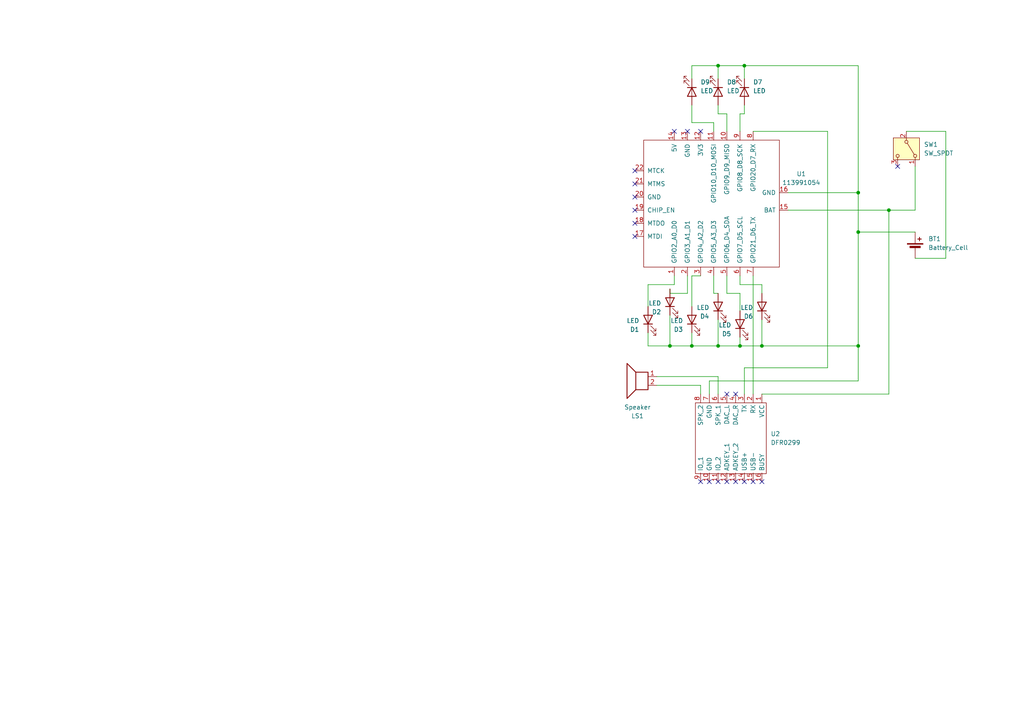
<source format=kicad_sch>
(kicad_sch (version 20250114) (generator "eeschema") (generator_version "9.0")
  (paper "A4")
  (lib_symbols
    (symbol "DFPlayer:DFPlayer"
      (property "Reference" "DFPlayerMini" (at 2.794 1.016 0))
      (symbol "DFPlayer_0_1"
        (rectangle (start 0 0) (end 20.55 -20.55))
      )
      (symbol "DFPlayer_1_1"
        (pin power_in line (at -2.54 -1.27 0) (length 2.54) (name "VCC") (number "1"))
        (pin input line (at -2.54 -3.81 0) (length 2.54) (name "RX") (number "2"))
        (pin output line (at -2.54 -6.35 0) (length 2.54) (name "TX") (number "3"))
        (pin output line (at -2.54 -8.89 0) (length 2.54) (name "DAC_R") (number "4"))
        (pin output line (at -2.54 -11.43 0) (length 2.54) (name "DAC_L") (number "5"))
        (pin output line (at -2.54 -13.97 0) (length 2.54) (name "SPK_1") (number "6"))
        (pin passive line (at -2.54 -16.51 0) (length 2.54) (name "GND") (number "7"))
        (pin output line (at -2.54 -19.05 0) (length 2.54) (name "SPK_2") (number "8"))
        (pin output line (at 22.86 -1.27 180) (length 2.54) (name "BUSY") (number "16"))
        (pin passive line (at 22.86 -3.81 180) (length 2.54) (name "USB-") (number "15"))
        (pin passive line (at 22.86 -6.35 180) (length 2.54) (name "USB+") (number "14"))
        (pin input line (at 22.86 -8.89 180) (length 2.54) (name "ADKEY_2") (number "13"))
        (pin input line (at 22.86 -11.43 180) (length 2.54) (name "ADKEY_1") (number "12"))
        (pin passive line (at 22.86 -13.97 180) (length 2.54) (name "IO_2") (number "11"))
        (pin passive line (at 22.86 -16.51 180) (length 2.54) (name "GND") (number "10"))
        (pin passive line (at 22.86 -19.05 180) (length 2.54) (name "IO_1") (number "9"))
      )
    )
    (symbol "Device:Battery_Cell" (pin_numbers (hide yes)) (pin_names (offset 0) (hide yes))
      (property "Reference" "BT" (at 2.54 2.54 0))
      (property "Value" "Battery_Cell" (at 2.54 0 0))
      (symbol "Battery_Cell_0_1"
        (rectangle (start -2.286 1.778) (end 2.286 1.524) (fill (type outline)))
        (rectangle (start -1.524 1.016) (end 1.524 0.508) (fill (type outline)))
        (polyline (pts (xy 0 1.778) (xy 0 2.54)))
        (polyline (pts (xy 0 0.762) (xy 0 0)))
        (polyline (pts (xy 0.762 3.048) (xy 1.778 3.048)) (stroke (width 0.254)))
        (polyline (pts (xy 1.27 3.556) (xy 1.27 2.54)) (stroke (width 0.254)))
      )
      (symbol "Battery_Cell_1_1"
        (pin passive line (at 0 5.08 270) (length 2.54) (name "+") (number "1"))
        (pin passive line (at 0 -2.54 90) (length 2.54) (name "-") (number "2"))
      )
    )
    (symbol "Device:LED" (pin_numbers (hide yes)) (pin_names (offset 1.016) (hide yes))
      (property "Reference" "D" (at 0 2.54 0))
      (property "Value" "LED" (at 0 -2.54 0))
      (symbol "LED_0_1"
        (polyline (pts (xy -3.048 -0.762) (xy -4.572 -2.286) (xy -3.81 -2.286) (xy -4.572 -2.286) (xy -4.572 -1.524)))
        (polyline (pts (xy -1.778 -0.762) (xy -3.302 -2.286) (xy -2.54 -2.286) (xy -3.302 -2.286) (xy -3.302 -1.524)))
        (polyline (pts (xy -1.27 0) (xy 1.27 0)))
        (polyline (pts (xy -1.27 -1.27) (xy -1.27 1.27)) (stroke (width 0.254)))
        (polyline (pts (xy 1.27 -1.27) (xy 1.27 1.27) (xy -1.27 0) (xy 1.27 -1.27)) (stroke (width 0.254)))
      )
      (symbol "LED_1_1"
        (pin passive line (at -3.81 0 0) (length 2.54) (name "K") (number "1"))
        (pin passive line (at 3.81 0 180) (length 2.54) (name "A") (number "2"))
      )
    )
    (symbol "Device:Speaker" (pin_names (offset 0) (hide yes))
      (property "Reference" "LS" (at 1.27 5.715 0))
      (property "Value" "Speaker" (at 1.27 3.81 0))
      (symbol "Speaker_0_0"
        (rectangle (start -2.54 1.27) (end 1.016 -3.81) (stroke (width 0.254)))
        (polyline (pts (xy 1.016 1.27) (xy 3.556 3.81) (xy 3.556 -6.35) (xy 1.016 -3.81)) (stroke (width 0.254)))
      )
      (symbol "Speaker_1_1"
        (pin input line (at -5.08 0 0) (length 2.54) (name "1") (number "1"))
        (pin input line (at -5.08 -2.54 0) (length 2.54) (name "2") (number "2"))
      )
    )
    (symbol "Seeed_Studio_XIAO_Series:XIAO-ESP32-C3-SMD" (pin_names (offset 1.016))
      (property "Reference" "U" (at -18.542 23.114 0))
      (property "Value" "XIAO-ESP32-C3-SMD" (at -8.382 21.336 0))
      (symbol "XIAO-ESP32-C3-SMD_0_1"
        (rectangle (start -19.05 20.32) (end 17.78 -19.05))
      )
      (symbol "XIAO-ESP32-C3-SMD_1_1"
        (pin passive line (at -21.59 11.43 0) (length 2.54) (name "GPIO2_A0_D0") (number "1"))
        (pin passive line (at -21.59 7.62 0) (length 2.54) (name "GPIO3_A1_D1") (number "2"))
        (pin passive line (at -21.59 3.81 0) (length 2.54) (name "GPIO4_A2_D2") (number "3"))
        (pin passive line (at -21.59 0 0) (length 2.54) (name "GPIO5_A3_D3") (number "4"))
        (pin passive line (at -21.59 -3.81 0) (length 2.54) (name "GPIO6_D4_SDA") (number "5"))
        (pin passive line (at -21.59 -7.62 0) (length 2.54) (name "GPIO7_D5_SCL") (number "6"))
        (pin passive line (at -21.59 -11.43 0) (length 2.54) (name "GPIO21_D6_TX") (number "7"))
        (pin passive line (at -10.16 22.86 270) (length 2.54) (name "MTDI") (number "17"))
        (pin passive line (at -6.35 22.86 270) (length 2.54) (name "MTDO") (number "18"))
        (pin passive line (at -2.54 22.86 270) (length 2.54) (name "CHIP_EN") (number "19"))
        (pin passive line (at -2.54 -21.59 90) (length 2.54) (name "BAT") (number "15"))
        (pin passive line (at 1.27 22.86 270) (length 2.54) (name "GND") (number "20"))
        (pin passive line (at 2.54 -21.59 90) (length 2.54) (name "GND") (number "16"))
        (pin passive line (at 5.08 22.86 270) (length 2.54) (name "MTMS") (number "21"))
        (pin passive line (at 8.89 22.86 270) (length 2.54) (name "MTCK") (number "22"))
        (pin passive line (at 20.32 11.43 180) (length 2.54) (name "5V") (number "14"))
        (pin passive line (at 20.32 7.62 180) (length 2.54) (name "GND") (number "13"))
        (pin passive line (at 20.32 3.81 180) (length 2.54) (name "3V3") (number "12"))
        (pin passive line (at 20.32 0 180) (length 2.54) (name "GPIO10_D10_MOSI") (number "11"))
        (pin passive line (at 20.32 -3.81 180) (length 2.54) (name "GPIO9_D9_MISO") (number "10"))
        (pin passive line (at 20.32 -7.62 180) (length 2.54) (name "GPIO8_D8_SCK") (number "9"))
        (pin passive line (at 20.32 -11.43 180) (length 2.54) (name "GPIO20_D7_RX") (number "8"))
      )
    )
    (symbol "Switch:SW_SPDT" (pin_names (offset 0) (hide yes))
      (property "Reference" "SW" (at 0 5.08 0))
      (property "Value" "SW_SPDT" (at 0 -5.08 0))
      (symbol "SW_SPDT_0_1"
        (circle (center -2.032 0) (radius 0.4572))
        (polyline (pts (xy -1.651 0.254) (xy 1.651 2.286)))
        (circle (center 2.032 2.54) (radius 0.4572))
        (circle (center 2.032 -2.54) (radius 0.4572))
      )
      (symbol "SW_SPDT_1_1"
        (rectangle (start -3.175 3.81) (end 3.175 -3.81) (fill (type background)))
        (pin passive line (at -5.08 0 0) (length 2.54) (name "B") (number "2"))
        (pin passive line (at 5.08 2.54 180) (length 2.54) (name "A") (number "1"))
        (pin passive line (at 5.08 -2.54 180) (length 2.54) (name "C") (number "3"))
      )
    )
  )
  (junction (at 208.28 100.33))
  (junction (at 194.31 100.33))
  (junction (at 257.81 60.96))
  (junction (at 220.98 100.33))
  (junction (at 248.92 67.31))
  (junction (at 200.66 100.33))
  (junction (at 214.63 100.33))
  (junction (at 208.28 19.05))
  (junction (at 248.92 100.33))
  (junction (at 248.92 55.88))
  (junction (at 215.9 19.05))
  (no_connect (at 203.2 38.1))
  (no_connect (at 218.44 139.7))
  (no_connect (at 220.98 139.7))
  (no_connect (at 184.15 60.96))
  (no_connect (at 195.58 38.1))
  (no_connect (at 210.82 114.3))
  (no_connect (at 184.15 68.58))
  (no_connect (at 213.36 114.3))
  (no_connect (at 184.15 49.53))
  (no_connect (at 213.36 139.7))
  (no_connect (at 184.15 53.34))
  (no_connect (at 260.35 48.26))
  (no_connect (at 184.15 64.77))
  (no_connect (at 210.82 139.7))
  (no_connect (at 184.15 57.15))
  (no_connect (at 205.74 139.7))
  (no_connect (at 199.39 38.1))
  (no_connect (at 208.28 139.7))
  (no_connect (at 215.9 139.7))
  (no_connect (at 203.2 139.7))
  (wire (pts (xy 187.96 96.52) (xy 187.96 100.33)))
  (wire (pts (xy 214.63 33.02) (xy 215.9 33.02)))
  (wire (pts (xy 194.31 85.09) (xy 199.39 85.09)))
  (wire (pts (xy 220.98 92.71) (xy 220.98 100.33)))
  (wire (pts (xy 208.28 100.33) (xy 214.63 100.33)))
  (wire (pts (xy 228.6 55.88) (xy 248.92 55.88)))
  (wire (pts (xy 200.66 22.86) (xy 200.66 19.05)))
  (wire (pts (xy 257.81 60.96) (xy 257.81 114.3)))
  (wire (pts (xy 214.63 85.09) (xy 210.82 85.09)))
  (wire (pts (xy 262.89 38.1) (xy 274.32 38.1)))
  (wire (pts (xy 200.66 35.56) (xy 200.66 30.48)))
  (wire (pts (xy 220.98 82.55) (xy 220.98 85.09)))
  (wire (pts (xy 215.9 106.68) (xy 215.9 114.3)))
  (wire (pts (xy 214.63 82.55) (xy 220.98 82.55)))
  (wire (pts (xy 208.28 85.09) (xy 207.01 85.09)))
  (wire (pts (xy 207.01 38.1) (xy 207.01 35.56)))
  (wire (pts (xy 208.28 109.22) (xy 208.28 114.3)))
  (wire (pts (xy 200.66 19.05) (xy 208.28 19.05)))
  (wire (pts (xy 199.39 85.09) (xy 199.39 80.01)))
  (wire (pts (xy 240.03 106.68) (xy 215.9 106.68)))
  (wire (pts (xy 194.31 91.44) (xy 194.31 100.33)))
  (wire (pts (xy 220.98 100.33) (xy 248.92 100.33)))
  (wire (pts (xy 208.28 92.71) (xy 208.28 100.33)))
  (wire (pts (xy 248.92 67.31) (xy 248.92 100.33)))
  (wire (pts (xy 240.03 38.1) (xy 240.03 106.68)))
  (wire (pts (xy 274.32 74.93) (xy 274.32 38.1)))
  (wire (pts (xy 248.92 100.33) (xy 248.92 110.49)))
  (wire (pts (xy 187.96 82.55) (xy 195.58 82.55)))
  (wire (pts (xy 207.01 80.01) (xy 207.01 85.09)))
  (wire (pts (xy 203.2 111.76) (xy 203.2 114.3)))
  (wire (pts (xy 265.43 74.93) (xy 274.32 74.93)))
  (wire (pts (xy 265.43 60.96) (xy 265.43 48.26)))
  (wire (pts (xy 228.6 60.96) (xy 257.81 60.96)))
  (wire (pts (xy 194.31 85.09) (xy 194.31 83.82)))
  (wire (pts (xy 205.74 110.49) (xy 205.74 114.3)))
  (wire (pts (xy 190.5 109.22) (xy 208.28 109.22)))
  (wire (pts (xy 214.63 97.79) (xy 214.63 100.33)))
  (wire (pts (xy 200.66 88.9) (xy 200.66 80.01)))
  (wire (pts (xy 187.96 88.9) (xy 187.96 82.55)))
  (wire (pts (xy 208.28 33.02) (xy 208.28 30.48)))
  (wire (pts (xy 200.66 80.01) (xy 203.2 80.01)))
  (wire (pts (xy 248.92 55.88) (xy 248.92 67.31)))
  (wire (pts (xy 214.63 80.01) (xy 214.63 82.55)))
  (wire (pts (xy 210.82 85.09) (xy 210.82 80.01)))
  (wire (pts (xy 248.92 19.05) (xy 248.92 55.88)))
  (wire (pts (xy 214.63 38.1) (xy 214.63 33.02)))
  (wire (pts (xy 218.44 80.01) (xy 218.44 114.3)))
  (wire (pts (xy 215.9 33.02) (xy 215.9 30.48)))
  (wire (pts (xy 248.92 67.31) (xy 265.43 67.31)))
  (wire (pts (xy 257.81 60.96) (xy 265.43 60.96)))
  (wire (pts (xy 194.31 100.33) (xy 200.66 100.33)))
  (wire (pts (xy 214.63 100.33) (xy 220.98 100.33)))
  (wire (pts (xy 248.92 110.49) (xy 205.74 110.49)))
  (wire (pts (xy 207.01 35.56) (xy 200.66 35.56)))
  (wire (pts (xy 215.9 19.05) (xy 248.92 19.05)))
  (wire (pts (xy 214.63 90.17) (xy 214.63 85.09)))
  (wire (pts (xy 200.66 100.33) (xy 208.28 100.33)))
  (wire (pts (xy 215.9 19.05) (xy 215.9 22.86)))
  (wire (pts (xy 200.66 96.52) (xy 200.66 100.33)))
  (wire (pts (xy 218.44 38.1) (xy 240.03 38.1)))
  (wire (pts (xy 208.28 19.05) (xy 208.28 22.86)))
  (wire (pts (xy 208.28 19.05) (xy 215.9 19.05)))
  (wire (pts (xy 210.82 33.02) (xy 208.28 33.02)))
  (wire (pts (xy 187.96 100.33) (xy 194.31 100.33)))
  (wire (pts (xy 195.58 82.55) (xy 195.58 80.01)))
  (wire (pts (xy 190.5 111.76) (xy 203.2 111.76)))
  (wire (pts (xy 257.81 114.3) (xy 220.98 114.3)))
  (wire (pts (xy 210.82 38.1) (xy 210.82 33.02)))
  (symbol (lib_id "Device:LED") (at 187.96 92.71 90) (unit 1)
    (property "Reference" "D1" (at 185.42 95.5676 90) (effects (justify left)))
    (property "Value" "LED" (at 185.42 93.0276 90) (effects (justify left)))
    (property "Footprint" "Connector_JST:JST_PH_B2B-PH-K_1x02_P2.00mm_Vertical" (effects (hide yes)))
    (property "Description" "Light emitting diode" (effects (hide yes)))
    (property "Sim.Pins" "1=K 2=A" (effects (hide yes)))
  )
  (symbol (lib_id "Device:Speaker") (at 185.42 109.22 0) (mirror y) (unit 1)
    (property "Reference" "LS1" (at 184.912 120.65 0))
    (property "Value" "Speaker" (at 184.912 118.11 0))
    (property "Footprint" "Connector_JST:JST_PH_B2B-PH-K_1x02_P2.00mm_Vertical" (effects (hide yes)))
    (property "Description" "Speaker" (effects (hide yes)))
  )
  (symbol (lib_id "Device:LED") (at 214.63 93.98 90) (unit 1)
    (property "Reference" "D5" (at 212.09 96.8376 90) (effects (justify left)))
    (property "Value" "LED" (at 212.09 94.2976 90) (effects (justify left)))
    (property "Footprint" "Connector_JST:JST_PH_B2B-PH-K_1x02_P2.00mm_Vertical" (effects (hide yes)))
    (property "Description" "Light emitting diode" (effects (hide yes)))
    (property "Sim.Pins" "1=K 2=A" (effects (hide yes)))
  )
  (symbol (lib_id "Device:LED") (at 194.31 87.63 90) (unit 1)
    (property "Reference" "D2" (at 191.77 90.4876 90) (effects (justify left)))
    (property "Value" "LED" (at 191.77 87.9476 90) (effects (justify left)))
    (property "Footprint" "Connector_JST:JST_PH_B2B-PH-K_1x02_P2.00mm_Vertical" (effects (hide yes)))
    (property "Description" "Light emitting diode" (effects (hide yes)))
    (property "Sim.Pins" "1=K 2=A" (effects (hide yes)))
  )
  (symbol (lib_id "Device:LED") (at 200.66 92.71 90) (unit 1)
    (property "Reference" "D3" (at 198.12 95.5676 90) (effects (justify left)))
    (property "Value" "LED" (at 198.12 93.0276 90) (effects (justify left)))
    (property "Footprint" "Connector_JST:JST_PH_B2B-PH-K_1x02_P2.00mm_Vertical" (effects (hide yes)))
    (property "Description" "Light emitting diode" (effects (hide yes)))
    (property "Sim.Pins" "1=K 2=A" (effects (hide yes)))
  )
  (symbol (lib_id "Switch:SW_SPDT") (at 262.89 43.18 270) (unit 1)
    (property "Reference" "SW1" (at 267.97 41.9099 90) (effects (justify left)))
    (property "Value" "SW_SPDT" (at 267.97 44.4499 90) (effects (justify left)))
    (property "Footprint" "Connector_JST:JST_PH_B2B-PH-K_1x02_P2.00mm_Vertical" (effects (hide yes)))
    (property "Description" "Switch, single pole double throw" (effects (hide yes)))
  )
  (symbol (lib_id "Device:LED") (at 208.28 26.67 270) (unit 1)
    (property "Reference" "D8" (at 210.82 23.8124 90) (effects (justify left)))
    (property "Value" "LED" (at 210.82 26.3524 90) (effects (justify left)))
    (property "Footprint" "Connector_JST:JST_PH_B2B-PH-K_1x02_P2.00mm_Vertical" (effects (hide yes)))
    (property "Description" "Light emitting diode" (effects (hide yes)))
    (property "Sim.Pins" "1=K 2=A" (effects (hide yes)))
  )
  (symbol (lib_id "Device:LED") (at 215.9 26.67 270) (unit 1)
    (property "Reference" "D7" (at 218.44 23.8124 90) (effects (justify left)))
    (property "Value" "LED" (at 218.44 26.3524 90) (effects (justify left)))
    (property "Footprint" "Connector_JST:JST_PH_B2B-PH-K_1x02_P2.00mm_Vertical" (effects (hide yes)))
    (property "Description" "Light emitting diode" (effects (hide yes)))
    (property "Sim.Pins" "1=K 2=A" (effects (hide yes)))
  )
  (symbol (lib_id "Device:LED") (at 220.98 88.9 90) (unit 1)
    (property "Reference" "D6" (at 218.44 91.7576 90) (effects (justify left)))
    (property "Value" "LED" (at 218.44 89.2176 90) (effects (justify left)))
    (property "Footprint" "Connector_JST:JST_PH_B2B-PH-K_1x02_P2.00mm_Vertical" (effects (hide yes)))
    (property "Description" "Light emitting diode" (effects (hide yes)))
    (property "Sim.Pins" "1=K 2=A" (effects (hide yes)))
  )
  (symbol (lib_id "Device:LED") (at 200.66 26.67 270) (unit 1)
    (property "Reference" "D9" (at 203.2 23.8124 90) (effects (justify left)))
    (property "Value" "LED" (at 203.2 26.3524 90) (effects (justify left)))
    (property "Footprint" "Connector_JST:JST_PH_B2B-PH-K_1x02_P2.00mm_Vertical" (effects (hide yes)))
    (property "Description" "Light emitting diode" (effects (hide yes)))
    (property "Sim.Pins" "1=K 2=A" (effects (hide yes)))
  )
  (symbol (lib_id "Device:Battery_Cell") (at 265.43 72.39 0) (unit 1)
    (property "Reference" "BT1" (at 269.24 69.2784 0) (effects (justify left)))
    (property "Value" "Battery_Cell" (at 269.24 71.8184 0) (effects (justify left)))
    (property "Footprint" "Connector_JST:JST_PH_B2B-PH-K_1x02_P2.00mm_Vertical" (effects (hide yes)))
    (property "Description" "Single-cell battery" (effects (hide yes)))
  )
  (symbol (lib_id "DFPlayer:DFPlayer") (at 222.25 116.84 270) (unit 1)
    (property "Reference" "U2" (at 223.52 125.8449 90) (effects (justify left)))
    (property "Value" "DFR0299" (at 223.52 128.3849 90) (effects (justify left)))
    (property "Footprint" "DFR0299:MODULE_DFR0299" (effects (hide yes)))
    (property "MF" "DFRobot" (effects (hide yes)))
    (property "DESCRIPTION" "Dfplayer - a Mini Mp3 Player" (effects (hide yes)))
    (property "PACKAGE" "None" (effects (hide yes)))
    (property "PRICE" "None" (effects (hide yes)))
    (property "Package" "None" (effects (hide yes)))
    (property "Check_prices" "https://www.snapeda.com/parts/DFR0299/DFRobot/view-part/?ref=eda" (effects (hide yes)))
    (property "Price" "None" (effects (hide yes)))
    (property "SnapEDA_Link" "https://www.snapeda.com/parts/DFR0299/DFRobot/view-part/?ref=snap" (effects (hide yes)))
    (property "MP" "DFR0299" (effects (hide yes)))
    (property "Availability" "In Stock" (effects (hide yes)))
    (property "AVAILABILITY" "Unavailable" (effects (hide yes)))
    (property "Description_1" "- MP3 Player Audio Arduino Platform Evaluation Expansion Board" (effects (hide yes)))
  )
  (symbol (lib_id "Device:LED") (at 208.28 88.9 90) (unit 1)
    (property "Reference" "D4" (at 205.74 91.7576 90) (effects (justify left)))
    (property "Value" "LED" (at 205.74 89.2176 90) (effects (justify left)))
    (property "Footprint" "Connector_JST:JST_PH_B2B-PH-K_1x02_P2.00mm_Vertical" (effects (hide yes)))
    (property "Description" "Light emitting diode" (effects (hide yes)))
    (property "Sim.Pins" "1=K 2=A" (effects (hide yes)))
  )
  (symbol (lib_id "Seeed_Studio_XIAO_Series:XIAO-ESP32-C3-SMD") (at 207.01 58.42 90) (unit 1)
    (property "Reference" "U1" (at 232.41 50.4346 90))
    (property "Value" "113991054" (at 232.41 52.9746 90))
    (property "Footprint" "Seeeduino xiao ESP32C3 KiCAD Library:MODULE_113991054" (effects (hide yes)))
    (property "MF" "Seeed Technology Co., Ltd" (effects (hide yes)))
    (property "MAXIMUM_PACKAGE_HEIGHT" "N/A" (effects (hide yes)))
    (property "Package" "None" (effects (hide yes)))
    (property "Price" "None" (effects (hide yes)))
    (property "Check_prices" "https://www.snapeda.com/parts/113991054/Seeed+Studio/view-part/?ref=eda" (effects (hide yes)))
    (property "STANDARD" "Manufacturer Recommendations" (effects (hide yes)))
    (property "PARTREV" "23/05/2022" (effects (hide yes)))
    (property "SnapEDA_Link" "https://www.snapeda.com/parts/113991054/Seeed+Studio/view-part/?ref=snap" (effects (hide yes)))
    (property "MP" "113991054" (effects (hide yes)))
    (property "Description_1" "- ESP32-C3 Transceiver; 802.11 a/b/g/n (Wi-Fi, WiFi, WLAN), Bluetooth® Smart 4.x Low Energy (BLE) 2.4GHz Evaluation Board" (effects (hide yes)))
    (property "SNAPEDA_PN" "113991054" (effects (hide yes)))
    (property "Availability" "In Stock" (effects (hide yes)))
    (property "MANUFACTURER" "Seeed Technology" (effects (hide yes)))
  )
)
</source>
